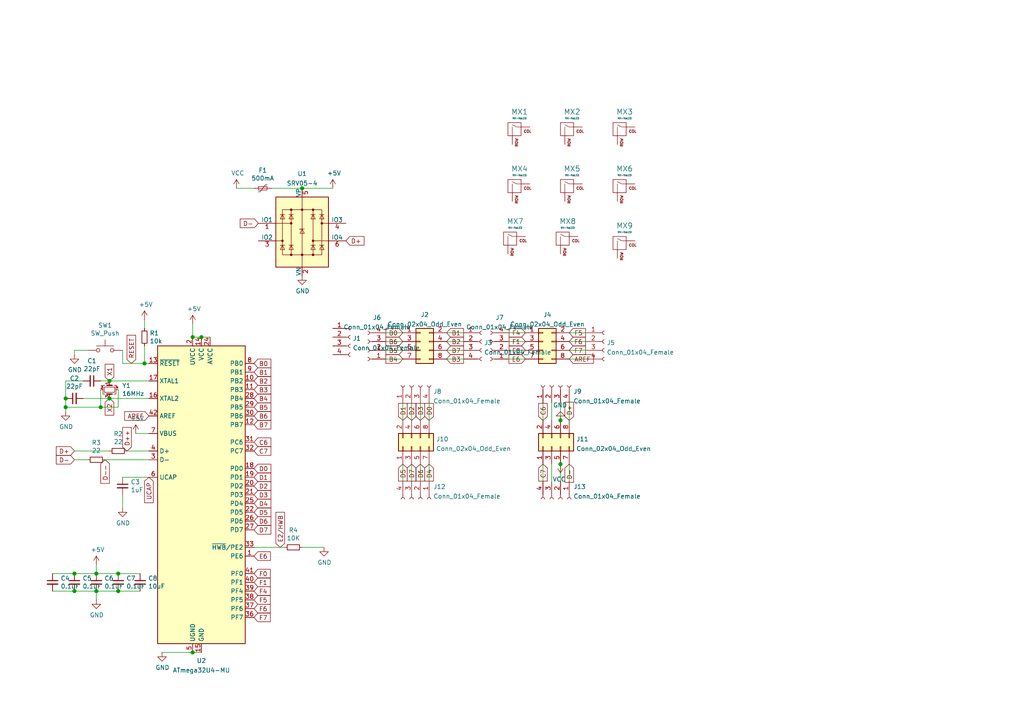
<source format=kicad_sch>
(kicad_sch (version 20210621) (generator eeschema)
  (paper "A4")
  (lib_symbols
    (symbol "Connector:Conn_01x04_Female" (pin_names (offset 1.016) hide)
      (property "Reference" "J" (at 0 5.08 0))
      (property "Value" "Conn_01x04_Female" (at 0 -7.62 0))
      (symbol "Conn_01x04_Female_1_1"
        (arc (start 0 -4.572) (end 0 -5.588) (radius (at 0 -5.08) (length 0.508) (angles 90.1 -90.1)) (stroke (width 0.1524)))
        (arc (start 0 -2.032) (end 0 -3.048) (radius (at 0 -2.54) (length 0.508) (angles 90.1 -90.1)) (stroke (width 0.1524)))
        (arc (start 0 0.508) (end 0 -0.508) (radius (at 0 0) (length 0.508) (angles 90.1 -90.1)) (stroke (width 0.1524)))
        (arc (start 0 3.048) (end 0 2.032) (radius (at 0 2.54) (length 0.508) (angles 90.1 -90.1)) (stroke (width 0.1524)))
        (polyline (pts (xy -1.27 -5.08) (xy -0.508 -5.08)) (stroke (width 0.1524)))
        (polyline (pts (xy -1.27 -2.54) (xy -0.508 -2.54)) (stroke (width 0.1524)))
        (polyline (pts (xy -1.27 0) (xy -0.508 0)) (stroke (width 0.1524)))
        (polyline (pts (xy -1.27 2.54) (xy -0.508 2.54)) (stroke (width 0.1524)))
        (pin passive line (at -5.08 2.54 0) (length 3.81) (name "Pin_1") (number "1"))
        (pin passive line (at -5.08 0 0) (length 3.81) (name "Pin_2") (number "2"))
        (pin passive line (at -5.08 -2.54 0) (length 3.81) (name "Pin_3") (number "3"))
        (pin passive line (at -5.08 -5.08 0) (length 3.81) (name "Pin_4") (number "4"))
      )
    )
    (symbol "Connector_Generic:Conn_02x04_Odd_Even" (pin_names (offset 1.016) hide)
      (property "Reference" "J" (at 1.27 5.08 0))
      (property "Value" "Conn_02x04_Odd_Even" (at 1.27 -7.62 0))
      (symbol "Conn_02x04_Odd_Even_1_1"
        (rectangle (start -1.27 -4.953) (end 0 -5.207) (stroke (width 0.1524)))
        (rectangle (start -1.27 -2.413) (end 0 -2.667) (stroke (width 0.1524)))
        (rectangle (start -1.27 0.127) (end 0 -0.127) (stroke (width 0.1524)))
        (rectangle (start -1.27 2.667) (end 0 2.413) (stroke (width 0.1524)))
        (rectangle (start 3.81 -4.953) (end 2.54 -5.207) (stroke (width 0.1524)))
        (rectangle (start 3.81 -2.413) (end 2.54 -2.667) (stroke (width 0.1524)))
        (rectangle (start 3.81 0.127) (end 2.54 -0.127) (stroke (width 0.1524)))
        (rectangle (start 3.81 2.667) (end 2.54 2.413) (stroke (width 0.1524)))
        (rectangle (start -1.27 3.81) (end 3.81 -6.35) (stroke (width 0.254)) (fill (type background)))
        (pin passive line (at -5.08 2.54 0) (length 3.81) (name "Pin_1") (number "1"))
        (pin passive line (at 7.62 2.54 180) (length 3.81) (name "Pin_2") (number "2"))
        (pin passive line (at -5.08 0 0) (length 3.81) (name "Pin_3") (number "3"))
        (pin passive line (at 7.62 0 180) (length 3.81) (name "Pin_4") (number "4"))
        (pin passive line (at -5.08 -2.54 0) (length 3.81) (name "Pin_5") (number "5"))
        (pin passive line (at 7.62 -2.54 180) (length 3.81) (name "Pin_6") (number "6"))
        (pin passive line (at -5.08 -5.08 0) (length 3.81) (name "Pin_7") (number "7"))
        (pin passive line (at 7.62 -5.08 180) (length 3.81) (name "Pin_8") (number "8"))
      )
    )
    (symbol "Device:C_Small" (pin_numbers hide) (pin_names (offset 0.254) hide)
      (property "Reference" "C" (at 0.254 1.778 0))
      (property "Value" "C_Small" (at 0.254 -2.032 0))
      (symbol "C_Small_0_1"
        (polyline (pts (xy -1.524 -0.508) (xy 1.524 -0.508)) (stroke (width 0.3302)))
        (polyline (pts (xy -1.524 0.508) (xy 1.524 0.508)) (stroke (width 0.3048)))
      )
      (symbol "C_Small_1_1"
        (pin passive line (at 0 2.54 270) (length 2.032) (name "~") (number "1"))
        (pin passive line (at 0 -2.54 90) (length 2.032) (name "~") (number "2"))
      )
    )
    (symbol "Device:Crystal_GND24_Small" (pin_names (offset 1.016) hide)
      (property "Reference" "Y" (at 1.27 4.445 0))
      (property "Value" "Crystal_GND24_Small" (at 1.27 2.54 0))
      (symbol "Crystal_GND24_Small_0_1"
        (rectangle (start -0.762 -1.524) (end 0.762 1.524))
        (polyline (pts (xy -1.27 -0.762) (xy -1.27 0.762)) (stroke (width 0.381)))
        (polyline (pts (xy 1.27 -0.762) (xy 1.27 0.762)) (stroke (width 0.381)))
        (polyline (pts (xy -1.27 -1.27) (xy -1.27 -1.905) (xy 1.27 -1.905) (xy 1.27 -1.27)))
        (polyline (pts (xy -1.27 1.27) (xy -1.27 1.905) (xy 1.27 1.905) (xy 1.27 1.27)))
      )
      (symbol "Crystal_GND24_Small_1_1"
        (pin passive line (at -2.54 0 0) (length 1.27) (name "1") (number "1"))
        (pin passive line (at 0 -2.54 90) (length 0.635) (name "2") (number "2"))
        (pin passive line (at 2.54 0 180) (length 1.27) (name "3") (number "3"))
        (pin passive line (at 0 2.54 270) (length 0.635) (name "4") (number "4"))
      )
    )
    (symbol "Device:Polyfuse_Small" (pin_numbers hide) (pin_names (offset 0))
      (property "Reference" "F" (at -1.905 0 90))
      (property "Value" "Polyfuse_Small" (at 1.905 0 90))
      (symbol "Polyfuse_Small_0_1"
        (rectangle (start -0.508 1.27) (end 0.508 -1.27))
        (polyline (pts (xy 0 2.54) (xy 0 -2.54)))
        (polyline (pts (xy -1.016 1.27) (xy -1.016 0.762) (xy 1.016 -0.762) (xy 1.016 -1.27)))
      )
      (symbol "Polyfuse_Small_1_1"
        (pin passive line (at 0 2.54 270) (length 0.635) (name "~") (number "1"))
        (pin passive line (at 0 -2.54 90) (length 0.635) (name "~") (number "2"))
      )
    )
    (symbol "Device:R_Small" (pin_numbers hide) (pin_names (offset 0.254) hide)
      (property "Reference" "R" (at 0.762 0.508 0))
      (property "Value" "R_Small" (at 0.762 -1.016 0))
      (symbol "R_Small_0_1"
        (rectangle (start -0.762 1.778) (end 0.762 -1.778) (stroke (width 0.2032)))
      )
      (symbol "R_Small_1_1"
        (pin passive line (at 0 2.54 270) (length 0.762) (name "~") (number "1"))
        (pin passive line (at 0 -2.54 90) (length 0.762) (name "~") (number "2"))
      )
    )
    (symbol "MCU_Microchip_ATmega:ATmega32U4-MU"
      (property "Reference" "U" (at -12.7 44.45 0))
      (property "Value" "ATmega32U4-MU" (at 2.54 -44.45 0))
      (symbol "ATmega32U4-MU_0_1"
        (rectangle (start -12.7 -43.18) (end 12.7 43.18) (stroke (width 0.254)) (fill (type background)))
      )
      (symbol "ATmega32U4-MU_1_1"
        (pin bidirectional line (at 15.24 -17.78 180) (length 2.54) (name "PE6") (number "1"))
        (pin bidirectional line (at 15.24 33.02 180) (length 2.54) (name "PB2") (number "10"))
        (pin bidirectional line (at 15.24 30.48 180) (length 2.54) (name "PB3") (number "11"))
        (pin bidirectional line (at 15.24 20.32 180) (length 2.54) (name "PB7") (number "12"))
        (pin input line (at -15.24 38.1 0) (length 2.54) (name "~{RESET}") (number "13"))
        (pin power_in line (at 0 45.72 270) (length 2.54) (name "VCC") (number "14"))
        (pin power_in line (at 0 -45.72 90) (length 2.54) (name "GND") (number "15"))
        (pin output line (at -15.24 27.94 0) (length 2.54) (name "XTAL2") (number "16"))
        (pin input line (at -15.24 33.02 0) (length 2.54) (name "XTAL1") (number "17"))
        (pin bidirectional line (at 15.24 7.62 180) (length 2.54) (name "PD0") (number "18"))
        (pin bidirectional line (at 15.24 5.08 180) (length 2.54) (name "PD1") (number "19"))
        (pin power_in line (at -2.54 45.72 270) (length 2.54) (name "UVCC") (number "2"))
        (pin bidirectional line (at 15.24 2.54 180) (length 2.54) (name "PD2") (number "20"))
        (pin bidirectional line (at 15.24 0 180) (length 2.54) (name "PD3") (number "21"))
        (pin bidirectional line (at 15.24 -5.08 180) (length 2.54) (name "PD5") (number "22"))
        (pin passive line (at 0 -45.72 90) (length 2.54) hide (name "GND") (number "23"))
        (pin power_in line (at 2.54 45.72 270) (length 2.54) (name "AVCC") (number "24"))
        (pin bidirectional line (at 15.24 -2.54 180) (length 2.54) (name "PD4") (number "25"))
        (pin bidirectional line (at 15.24 -7.62 180) (length 2.54) (name "PD6") (number "26"))
        (pin bidirectional line (at 15.24 -10.16 180) (length 2.54) (name "PD7") (number "27"))
        (pin bidirectional line (at 15.24 27.94 180) (length 2.54) (name "PB4") (number "28"))
        (pin bidirectional line (at 15.24 25.4 180) (length 2.54) (name "PB5") (number "29"))
        (pin bidirectional line (at -15.24 10.16 0) (length 2.54) (name "D-") (number "3"))
        (pin bidirectional line (at 15.24 22.86 180) (length 2.54) (name "PB6") (number "30"))
        (pin bidirectional line (at 15.24 15.24 180) (length 2.54) (name "PC6") (number "31"))
        (pin bidirectional line (at 15.24 12.7 180) (length 2.54) (name "PC7") (number "32"))
        (pin bidirectional line (at 15.24 -15.24 180) (length 2.54) (name "~{HWB}/PE2") (number "33"))
        (pin passive line (at 0 45.72 270) (length 2.54) hide (name "VCC") (number "34"))
        (pin passive line (at 0 -45.72 90) (length 2.54) hide (name "GND") (number "35"))
        (pin bidirectional line (at 15.24 -35.56 180) (length 2.54) (name "PF7") (number "36"))
        (pin bidirectional line (at 15.24 -33.02 180) (length 2.54) (name "PF6") (number "37"))
        (pin bidirectional line (at 15.24 -30.48 180) (length 2.54) (name "PF5") (number "38"))
        (pin bidirectional line (at 15.24 -27.94 180) (length 2.54) (name "PF4") (number "39"))
        (pin bidirectional line (at -15.24 12.7 0) (length 2.54) (name "D+") (number "4"))
        (pin bidirectional line (at 15.24 -25.4 180) (length 2.54) (name "PF1") (number "40"))
        (pin bidirectional line (at 15.24 -22.86 180) (length 2.54) (name "PF0") (number "41"))
        (pin passive line (at -15.24 22.86 0) (length 2.54) (name "AREF") (number "42"))
        (pin passive line (at 0 -45.72 90) (length 2.54) hide (name "GND") (number "43"))
        (pin passive line (at 2.54 45.72 270) (length 2.54) hide (name "AVCC") (number "44"))
        (pin passive line (at 0 -45.72 90) (length 2.54) hide (name "GND") (number "45"))
        (pin passive line (at -2.54 -45.72 90) (length 2.54) (name "UGND") (number "5"))
        (pin passive line (at -15.24 5.08 0) (length 2.54) (name "UCAP") (number "6"))
        (pin input line (at -15.24 17.78 0) (length 2.54) (name "VBUS") (number "7"))
        (pin bidirectional line (at 15.24 38.1 180) (length 2.54) (name "PB0") (number "8"))
        (pin bidirectional line (at 15.24 35.56 180) (length 2.54) (name "PB1") (number "9"))
      )
    )
    (symbol "MX_Alps_Hybrid:MX-NoLED" (pin_names (offset 1.016))
      (property "Reference" "MX" (at -0.635 3.81 0))
      (property "Value" "MX-NoLED" (at -0.635 1.27 0))
      (symbol "MX-NoLED_0_0"
        (text "COL" (at 3.175 0 0) (effects (font (size 0.762 0.762))))
        (text "ROW" (at 0 -1.905 900) (effects (font (size 0.762 0.762)) (justify right)))
        (rectangle (start -2.54 2.54) (end 1.27 -1.27))
        (polyline (pts (xy -1.27 -1.27) (xy -1.27 1.27)) (stroke (width 0.127)))
        (polyline (pts (xy 1.27 1.27) (xy 0 1.27) (xy -1.27 1.905)) (stroke (width 0.127)))
      )
      (symbol "MX-NoLED_1_1"
        (pin passive line (at 3.81 1.27 180) (length 2.54) (name "COL") (number "1"))
        (pin passive line (at -1.27 -3.81 90) (length 2.54) (name "ROW") (number "2"))
      )
    )
    (symbol "Power_Protection:SRV05-4" (pin_names (offset 0))
      (property "Reference" "U" (at -5.08 11.43 0))
      (property "Value" "SRV05-4" (at 2.54 11.43 0))
      (symbol "SRV05-4_0_0"
        (rectangle (start -5.715 6.477) (end 5.715 -6.604))
        (polyline (pts (xy -3.175 -6.604) (xy -3.175 6.477)))
        (polyline (pts (xy 3.175 6.477) (xy 3.175 -6.604)))
      )
      (symbol "SRV05-4_0_1"
        (circle (center -5.715 -2.54) (radius 0.2794) (fill (type outline)))
        (circle (center -3.175 -6.604) (radius 0.2794) (fill (type outline)))
        (circle (center -3.175 2.54) (radius 0.2794) (fill (type outline)))
        (circle (center -3.175 6.477) (radius 0.2794) (fill (type outline)))
        (circle (center 0 -6.604) (radius 0.2794) (fill (type outline)))
        (circle (center 0 6.477) (radius 0.2794) (fill (type outline)))
        (circle (center 3.175 -6.604) (radius 0.2794) (fill (type outline)))
        (circle (center 3.175 -2.54) (radius 0.2794) (fill (type outline)))
        (circle (center 3.175 6.477) (radius 0.2794) (fill (type outline)))
        (circle (center 5.715 2.54) (radius 0.2794) (fill (type outline)))
        (rectangle (start -7.62 10.16) (end 7.62 -10.16) (stroke (width 0.254)) (fill (type background)))
        (polyline (pts (xy -7.747 2.54) (xy -3.175 2.54)))
        (polyline (pts (xy -7.62 -2.54) (xy -5.715 -2.54)))
        (polyline (pts (xy -5.08 -3.81) (xy -6.35 -3.81)))
        (polyline (pts (xy -5.08 5.08) (xy -6.35 5.08)))
        (polyline (pts (xy -2.54 -3.81) (xy -3.81 -3.81)))
        (polyline (pts (xy -2.54 5.08) (xy -3.81 5.08)))
        (polyline (pts (xy 0 10.16) (xy 0 -10.16)))
        (polyline (pts (xy 3.81 -3.81) (xy 2.54 -3.81)))
        (polyline (pts (xy 3.81 5.08) (xy 2.54 5.08)))
        (polyline (pts (xy 6.35 -3.81) (xy 5.08 -3.81)))
        (polyline (pts (xy 6.35 5.08) (xy 5.08 5.08)))
        (polyline (pts (xy 7.62 -2.54) (xy 3.175 -2.54)))
        (polyline (pts (xy 7.62 2.54) (xy 5.715 2.54)))
        (polyline (pts (xy 0.635 0.889) (xy -0.635 0.889) (xy -0.635 0.635)))
        (polyline (pts (xy -5.08 -5.08) (xy -6.35 -5.08) (xy -5.715 -3.81) (xy -5.08 -5.08)))
        (polyline (pts (xy -5.08 3.81) (xy -6.35 3.81) (xy -5.715 5.08) (xy -5.08 3.81)))
        (polyline (pts (xy -2.54 -5.08) (xy -3.81 -5.08) (xy -3.175 -3.81) (xy -2.54 -5.08)))
        (polyline (pts (xy -2.54 3.81) (xy -3.81 3.81) (xy -3.175 5.08) (xy -2.54 3.81)))
        (polyline (pts (xy 0.635 -0.381) (xy -0.635 -0.381) (xy 0 0.889) (xy 0.635 -0.381)))
        (polyline (pts (xy 3.81 -5.08) (xy 2.54 -5.08) (xy 3.175 -3.81) (xy 3.81 -5.08)))
        (polyline (pts (xy 3.81 3.81) (xy 2.54 3.81) (xy 3.175 5.08) (xy 3.81 3.81)))
        (polyline (pts (xy 6.35 -5.08) (xy 5.08 -5.08) (xy 5.715 -3.81) (xy 6.35 -5.08)))
        (polyline (pts (xy 6.35 3.81) (xy 5.08 3.81) (xy 5.715 5.08) (xy 6.35 3.81)))
      )
      (symbol "SRV05-4_1_1"
        (pin passive line (at -12.7 2.54 0) (length 5.08) (name "IO1") (number "1"))
        (pin passive line (at 0 -12.7 90) (length 2.54) (name "VN") (number "2"))
        (pin passive line (at -12.7 -2.54 0) (length 5.08) (name "IO2") (number "3"))
        (pin passive line (at 12.7 2.54 180) (length 5.08) (name "IO3") (number "4"))
        (pin passive line (at 0 12.7 270) (length 2.54) (name "VP") (number "5"))
        (pin passive line (at 12.7 -2.54 180) (length 5.08) (name "IO4") (number "6"))
      )
    )
    (symbol "Switch:SW_Push" (pin_numbers hide) (pin_names (offset 1.016) hide)
      (property "Reference" "SW" (at 1.27 2.54 0))
      (property "Value" "SW_Push" (at 0 -1.524 0))
      (symbol "SW_Push_0_1"
        (circle (center -2.032 0) (radius 0.508))
        (circle (center 2.032 0) (radius 0.508))
        (polyline (pts (xy 0 1.27) (xy 0 3.048)))
        (polyline (pts (xy 2.54 1.27) (xy -2.54 1.27)))
        (pin passive line (at -5.08 0 0) (length 2.54) (name "1") (number "1"))
        (pin passive line (at 5.08 0 180) (length 2.54) (name "2") (number "2"))
      )
    )
    (symbol "power:+5V" (power) (pin_names (offset 0))
      (property "Value" "+5V" (at 0 3.556 0))
      (symbol "+5V_0_1"
        (polyline (pts (xy -0.762 1.27) (xy 0 2.54)))
        (polyline (pts (xy 0 0) (xy 0 2.54)))
        (polyline (pts (xy 0 2.54) (xy 0.762 1.27)))
      )
      (symbol "+5V_1_1"
        (pin power_in line (at 0 0 90) (length 0) hide (name "+5V") (number "1"))
      )
    )
    (symbol "power:GND" (power) (pin_names (offset 0))
      (property "Value" "GND" (at 0 -3.81 0))
      (symbol "GND_0_1"
        (polyline (pts (xy 0 0) (xy 0 -1.27) (xy 1.27 -1.27) (xy 0 -2.54) (xy -1.27 -1.27) (xy 0 -1.27)))
      )
      (symbol "GND_1_1"
        (pin power_in line (at 0 0 270) (length 0) hide (name "GND") (number "1"))
      )
    )
    (symbol "power:VCC" (power) (pin_names (offset 0))
      (property "Value" "VCC" (at 0 3.81 0))
      (symbol "VCC_0_1"
        (polyline (pts (xy -0.762 1.27) (xy 0 2.54)))
        (polyline (pts (xy 0 0) (xy 0 2.54)))
        (polyline (pts (xy 0 2.54) (xy 0.762 1.27)))
      )
      (symbol "VCC_1_1"
        (pin power_in line (at 0 0 90) (length 0) hide (name "VCC") (number "1"))
      )
    )
  )
  (junction (at 19.05 115.57) (diameter 1.016))
  (junction (at 19.05 118.11) (diameter 1.016))
  (junction (at 21.59 166.37) (diameter 1.016))
  (junction (at 21.59 171.45) (diameter 1.016))
  (junction (at 27.94 166.37) (diameter 1.016))
  (junction (at 27.94 171.45) (diameter 1.016))
  (junction (at 29.21 118.11) (diameter 1.016))
  (junction (at 31.75 110.49) (diameter 1.016))
  (junction (at 31.75 115.57) (diameter 1.016))
  (junction (at 34.29 166.37) (diameter 1.016))
  (junction (at 34.29 171.45) (diameter 1.016))
  (junction (at 41.91 105.41) (diameter 1.016))
  (junction (at 55.88 97.79) (diameter 1.016))
  (junction (at 55.88 189.23) (diameter 1.016))
  (junction (at 58.42 97.79) (diameter 1.016))
  (junction (at 87.63 54.61) (diameter 1.016))
  (junction (at 162.56 121.92) (diameter 1.016))
  (junction (at 162.56 134.62) (diameter 1.016))
  (wire (pts (xy 15.24 166.37) (xy 21.59 166.37)))
  (wire (pts (xy 15.24 171.45) (xy 21.59 171.45)))
  (wire (pts (xy 19.05 110.49) (xy 19.05 115.57)))
  (wire (pts (xy 19.05 115.57) (xy 19.05 118.11)))
  (wire (pts (xy 19.05 118.11) (xy 19.05 119.38)))
  (wire (pts (xy 19.05 118.11) (xy 29.21 118.11)))
  (wire (pts (xy 21.59 101.6) (xy 21.59 102.87)))
  (wire (pts (xy 21.59 166.37) (xy 27.94 166.37)))
  (wire (pts (xy 21.59 171.45) (xy 27.94 171.45)))
  (wire (pts (xy 24.13 110.49) (xy 19.05 110.49)))
  (wire (pts (xy 25.4 101.6) (xy 21.59 101.6)))
  (wire (pts (xy 25.4 133.35) (xy 21.59 133.35)))
  (wire (pts (xy 27.94 163.83) (xy 27.94 166.37)))
  (wire (pts (xy 27.94 166.37) (xy 34.29 166.37)))
  (wire (pts (xy 27.94 171.45) (xy 34.29 171.45)))
  (wire (pts (xy 27.94 173.99) (xy 27.94 171.45)))
  (wire (pts (xy 29.21 113.03) (xy 29.21 118.11)))
  (wire (pts (xy 29.21 118.11) (xy 34.29 118.11)))
  (wire (pts (xy 31.75 110.49) (xy 29.21 110.49)))
  (wire (pts (xy 31.75 110.49) (xy 43.18 110.49)))
  (wire (pts (xy 31.75 115.57) (xy 24.13 115.57)))
  (wire (pts (xy 31.75 130.81) (xy 21.59 130.81)))
  (wire (pts (xy 34.29 118.11) (xy 34.29 113.03)))
  (wire (pts (xy 34.29 166.37) (xy 40.64 166.37)))
  (wire (pts (xy 34.29 171.45) (xy 40.64 171.45)))
  (wire (pts (xy 35.56 105.41) (xy 35.56 101.6)))
  (wire (pts (xy 35.56 138.43) (xy 43.18 138.43)))
  (wire (pts (xy 35.56 143.51) (xy 35.56 147.32)))
  (wire (pts (xy 36.83 130.81) (xy 43.18 130.81)))
  (wire (pts (xy 39.37 125.73) (xy 43.18 125.73)))
  (wire (pts (xy 41.91 95.25) (xy 41.91 92.71)))
  (wire (pts (xy 41.91 100.33) (xy 41.91 105.41)))
  (wire (pts (xy 41.91 105.41) (xy 35.56 105.41)))
  (wire (pts (xy 43.18 105.41) (xy 41.91 105.41)))
  (wire (pts (xy 43.18 115.57) (xy 31.75 115.57)))
  (wire (pts (xy 43.18 133.35) (xy 30.48 133.35)))
  (wire (pts (xy 46.99 189.23) (xy 55.88 189.23)))
  (wire (pts (xy 55.88 93.98) (xy 55.88 97.79)))
  (wire (pts (xy 55.88 97.79) (xy 58.42 97.79)))
  (wire (pts (xy 55.88 189.23) (xy 58.42 189.23)))
  (wire (pts (xy 58.42 97.79) (xy 60.96 97.79)))
  (wire (pts (xy 68.58 54.61) (xy 73.66 54.61)))
  (wire (pts (xy 73.66 158.75) (xy 82.55 158.75)))
  (wire (pts (xy 78.74 54.61) (xy 87.63 54.61)))
  (wire (pts (xy 87.63 54.61) (xy 96.52 54.61)))
  (wire (pts (xy 87.63 158.75) (xy 93.98 158.75)))
  (wire (pts (xy 111.76 96.52) (xy 116.84 96.52)))
  (wire (pts (xy 111.76 99.06) (xy 116.84 99.06)))
  (wire (pts (xy 111.76 101.6) (xy 116.84 101.6)))
  (wire (pts (xy 111.76 104.14) (xy 116.84 104.14)))
  (wire (pts (xy 116.84 116.84) (xy 116.84 121.92)))
  (wire (pts (xy 116.84 139.7) (xy 116.84 134.62)))
  (wire (pts (xy 119.38 116.84) (xy 119.38 121.92)))
  (wire (pts (xy 119.38 139.7) (xy 119.38 134.62)))
  (wire (pts (xy 121.92 116.84) (xy 121.92 121.92)))
  (wire (pts (xy 121.92 139.7) (xy 121.92 134.62)))
  (wire (pts (xy 124.46 116.84) (xy 124.46 121.92)))
  (wire (pts (xy 124.46 139.7) (xy 124.46 134.62)))
  (wire (pts (xy 134.62 96.52) (xy 129.54 96.52)))
  (wire (pts (xy 134.62 99.06) (xy 129.54 99.06)))
  (wire (pts (xy 134.62 101.6) (xy 129.54 101.6)))
  (wire (pts (xy 134.62 104.14) (xy 129.54 104.14)))
  (wire (pts (xy 147.32 96.52) (xy 152.4 96.52)))
  (wire (pts (xy 147.32 99.06) (xy 152.4 99.06)))
  (wire (pts (xy 147.32 101.6) (xy 152.4 101.6)))
  (wire (pts (xy 147.32 104.14) (xy 152.4 104.14)))
  (wire (pts (xy 157.48 116.84) (xy 157.48 121.92)))
  (wire (pts (xy 157.48 139.7) (xy 157.48 134.62)))
  (wire (pts (xy 160.02 116.84) (xy 160.02 121.92)))
  (wire (pts (xy 160.02 139.7) (xy 160.02 134.62)))
  (wire (pts (xy 162.56 116.84) (xy 162.56 121.92)))
  (wire (pts (xy 162.56 139.7) (xy 162.56 134.62)))
  (wire (pts (xy 165.1 116.84) (xy 165.1 121.92)))
  (wire (pts (xy 165.1 139.7) (xy 165.1 134.62)))
  (wire (pts (xy 170.18 96.52) (xy 165.1 96.52)))
  (wire (pts (xy 170.18 99.06) (xy 165.1 99.06)))
  (wire (pts (xy 170.18 101.6) (xy 165.1 101.6)))
  (wire (pts (xy 170.18 104.14) (xy 165.1 104.14)))
  (global_label "D+" (shape input) (at 21.59 130.81 180) (property "Intersheet References" "${INTERSHEET_REFS}" (effects hide)))
  (global_label "D-" (shape input) (at 21.59 133.35 180) (property "Intersheet References" "${INTERSHEET_REFS}" (effects hide)))
  (global_label "D--" (shape input) (at 30.48 133.35 270) (property "Intersheet References" "${INTERSHEET_REFS}" (effects hide)))
  (global_label "X1" (shape input) (at 31.75 110.49 90) (property "Intersheet References" "${INTERSHEET_REFS}" (effects hide)))
  (global_label "X2" (shape input) (at 31.75 115.57 270) (property "Intersheet References" "${INTERSHEET_REFS}" (effects hide)))
  (global_label "D++" (shape input) (at 36.83 130.81 90) (property "Intersheet References" "${INTERSHEET_REFS}" (effects hide)))
  (global_label "RESET" (shape input) (at 38.1 105.41 90) (property "Intersheet References" "${INTERSHEET_REFS}" (effects hide)))
  (global_label "AREF" (shape input) (at 43.18 120.65 180) (property "Intersheet References" "${INTERSHEET_REFS}" (effects hide)))
  (global_label "UCAP" (shape input) (at 43.18 138.43 270) (property "Intersheet References" "${INTERSHEET_REFS}" (effects hide)))
  (global_label "B0" (shape input) (at 73.66 105.41 0) (property "Intersheet References" "${INTERSHEET_REFS}" (effects hide)))
  (global_label "B1" (shape input) (at 73.66 107.95 0) (property "Intersheet References" "${INTERSHEET_REFS}" (effects hide)))
  (global_label "B2" (shape input) (at 73.66 110.49 0) (property "Intersheet References" "${INTERSHEET_REFS}" (effects hide)))
  (global_label "B3" (shape input) (at 73.66 113.03 0) (property "Intersheet References" "${INTERSHEET_REFS}" (effects hide)))
  (global_label "B4" (shape input) (at 73.66 115.57 0) (property "Intersheet References" "${INTERSHEET_REFS}" (effects hide)))
  (global_label "B5" (shape input) (at 73.66 118.11 0) (property "Intersheet References" "${INTERSHEET_REFS}" (effects hide)))
  (global_label "B6" (shape input) (at 73.66 120.65 0) (property "Intersheet References" "${INTERSHEET_REFS}" (effects hide)))
  (global_label "B7" (shape input) (at 73.66 123.19 0) (property "Intersheet References" "${INTERSHEET_REFS}" (effects hide)))
  (global_label "C6" (shape input) (at 73.66 128.27 0) (property "Intersheet References" "${INTERSHEET_REFS}" (effects hide)))
  (global_label "C7" (shape input) (at 73.66 130.81 0) (property "Intersheet References" "${INTERSHEET_REFS}" (effects hide)))
  (global_label "D0" (shape input) (at 73.66 135.89 0) (property "Intersheet References" "${INTERSHEET_REFS}" (effects hide)))
  (global_label "D1" (shape input) (at 73.66 138.43 0) (property "Intersheet References" "${INTERSHEET_REFS}" (effects hide)))
  (global_label "D2" (shape input) (at 73.66 140.97 0) (property "Intersheet References" "${INTERSHEET_REFS}" (effects hide)))
  (global_label "D3" (shape input) (at 73.66 143.51 0) (property "Intersheet References" "${INTERSHEET_REFS}" (effects hide)))
  (global_label "D4" (shape input) (at 73.66 146.05 0) (property "Intersheet References" "${INTERSHEET_REFS}" (effects hide)))
  (global_label "D5" (shape input) (at 73.66 148.59 0) (property "Intersheet References" "${INTERSHEET_REFS}" (effects hide)))
  (global_label "D6" (shape input) (at 73.66 151.13 0) (property "Intersheet References" "${INTERSHEET_REFS}" (effects hide)))
  (global_label "D7" (shape input) (at 73.66 153.67 0) (property "Intersheet References" "${INTERSHEET_REFS}" (effects hide)))
  (global_label "E6" (shape input) (at 73.66 161.29 0) (property "Intersheet References" "${INTERSHEET_REFS}" (effects hide)))
  (global_label "F0" (shape input) (at 73.66 166.37 0) (property "Intersheet References" "${INTERSHEET_REFS}" (effects hide)))
  (global_label "F1" (shape input) (at 73.66 168.91 0) (property "Intersheet References" "${INTERSHEET_REFS}" (effects hide)))
  (global_label "F4" (shape input) (at 73.66 171.45 0) (property "Intersheet References" "${INTERSHEET_REFS}" (effects hide)))
  (global_label "F5" (shape input) (at 73.66 173.99 0) (property "Intersheet References" "${INTERSHEET_REFS}" (effects hide)))
  (global_label "F6" (shape input) (at 73.66 176.53 0) (property "Intersheet References" "${INTERSHEET_REFS}" (effects hide)))
  (global_label "F7" (shape input) (at 73.66 179.07 0) (property "Intersheet References" "${INTERSHEET_REFS}" (effects hide)))
  (global_label "D-" (shape input) (at 74.93 64.77 180) (property "Intersheet References" "${INTERSHEET_REFS}" (effects hide)))
  (global_label "E2{slash}HWB" (shape input) (at 81.28 158.75 90) (property "Intersheet References" "${INTERSHEET_REFS}" (effects hide)))
  (global_label "D+" (shape input) (at 100.33 69.85 0) (property "Intersheet References" "${INTERSHEET_REFS}" (effects hide)))
  (global_label "B0" (shape input) (at 116.84 96.52 180) (property "Intersheet References" "${INTERSHEET_REFS}" (effects hide)))
  (global_label "B6" (shape input) (at 116.84 99.06 180) (property "Intersheet References" "${INTERSHEET_REFS}" (effects hide)))
  (global_label "B5" (shape input) (at 116.84 101.6 180) (property "Intersheet References" "${INTERSHEET_REFS}" (effects hide)))
  (global_label "B4" (shape input) (at 116.84 104.14 180) (property "Intersheet References" "${INTERSHEET_REFS}" (effects hide)))
  (global_label "D1" (shape input) (at 116.84 121.92 90) (property "Intersheet References" "${INTERSHEET_REFS}" (effects hide)))
  (global_label "D5" (shape input) (at 116.84 134.62 270) (property "Intersheet References" "${INTERSHEET_REFS}" (effects hide)))
  (global_label "D2" (shape input) (at 119.38 121.92 90) (property "Intersheet References" "${INTERSHEET_REFS}" (effects hide)))
  (global_label "D7" (shape input) (at 119.38 134.62 270) (property "Intersheet References" "${INTERSHEET_REFS}" (effects hide)))
  (global_label "D3" (shape input) (at 121.92 121.92 90) (property "Intersheet References" "${INTERSHEET_REFS}" (effects hide)))
  (global_label "D6" (shape input) (at 121.92 134.62 270) (property "Intersheet References" "${INTERSHEET_REFS}" (effects hide)))
  (global_label "D0" (shape input) (at 124.46 121.92 90) (property "Intersheet References" "${INTERSHEET_REFS}" (effects hide)))
  (global_label "D4" (shape input) (at 124.46 134.62 270) (property "Intersheet References" "${INTERSHEET_REFS}" (effects hide)))
  (global_label "B1" (shape input) (at 129.54 96.52 0) (property "Intersheet References" "${INTERSHEET_REFS}" (effects hide)))
  (global_label "B2" (shape input) (at 129.54 99.06 0) (property "Intersheet References" "${INTERSHEET_REFS}" (effects hide)))
  (global_label "B7" (shape input) (at 129.54 101.6 0) (property "Intersheet References" "${INTERSHEET_REFS}" (effects hide)))
  (global_label "B3" (shape input) (at 129.54 104.14 0) (property "Intersheet References" "${INTERSHEET_REFS}" (effects hide)))
  (global_label "F4" (shape input) (at 152.4 96.52 180) (property "Intersheet References" "${INTERSHEET_REFS}" (effects hide)))
  (global_label "F1" (shape input) (at 152.4 99.06 180) (property "Intersheet References" "${INTERSHEET_REFS}" (effects hide)))
  (global_label "F0" (shape input) (at 152.4 101.6 180) (property "Intersheet References" "${INTERSHEET_REFS}" (effects hide)))
  (global_label "E6" (shape input) (at 152.4 104.14 180) (property "Intersheet References" "${INTERSHEET_REFS}" (effects hide)))
  (global_label "C6" (shape input) (at 157.48 121.92 90) (property "Intersheet References" "${INTERSHEET_REFS}" (effects hide)))
  (global_label "C7" (shape input) (at 157.48 134.62 270) (property "Intersheet References" "${INTERSHEET_REFS}" (effects hide)))
  (global_label "F5" (shape input) (at 165.1 96.52 0) (property "Intersheet References" "${INTERSHEET_REFS}" (effects hide)))
  (global_label "F6" (shape input) (at 165.1 99.06 0) (property "Intersheet References" "${INTERSHEET_REFS}" (effects hide)))
  (global_label "F7" (shape input) (at 165.1 101.6 0) (property "Intersheet References" "${INTERSHEET_REFS}" (effects hide)))
  (global_label "AREF" (shape input) (at 165.1 104.14 0) (property "Intersheet References" "${INTERSHEET_REFS}" (effects hide)))
  (global_label "D+" (shape input) (at 165.1 121.92 90) (property "Intersheet References" "${INTERSHEET_REFS}" (effects hide)))
  (global_label "D-" (shape input) (at 165.1 134.62 270) (property "Intersheet References" "${INTERSHEET_REFS}" (effects hide)))
  (symbol (lib_id "power:+5V") (at 27.94 163.83 0) (unit 1)
    (property "Reference" "#PWR013" (effects hide))
    (property "Value" "+5V" (at 28.321 159.4358 0))
  )
  (symbol (lib_id "power:+5V") (at 39.37 125.73 0) (unit 1)
    (property "Reference" "#PWR08" (effects hide))
    (property "Value" "+5V" (at 39.751 121.3358 0))
  )
  (symbol (lib_id "power:+5V") (at 41.91 92.71 0) (unit 1)
    (property "Reference" "#PWR04" (effects hide))
    (property "Value" "+5V" (at 42.291 88.3158 0))
  )
  (symbol (lib_id "power:+5V") (at 55.88 93.98 0) (unit 1)
    (property "Reference" "#PWR05" (effects hide))
    (property "Value" "+5V" (at 56.261 89.5858 0))
  )
  (symbol (lib_id "power:VCC") (at 68.58 54.61 0) (unit 1)
    (property "Reference" "#PWR01" (effects hide))
    (property "Value" "VCC" (at 68.961 50.2158 0))
  )
  (symbol (lib_id "power:+5V") (at 96.52 54.61 0) (unit 1)
    (property "Reference" "#PWR02" (effects hide))
    (property "Value" "+5V" (at 96.901 50.2158 0))
  )
  (symbol (lib_id "power:VCC") (at 162.56 134.62 180) (unit 1)
    (property "Reference" "#PWR010" (effects hide))
    (property "Value" "VCC" (at 162.179 139.0142 0))
  )
  (symbol (lib_id "power:GND") (at 19.05 119.38 0) (unit 1)
    (property "Reference" "#PWR07" (effects hide))
    (property "Value" "GND" (at 19.177 123.7742 0))
  )
  (symbol (lib_id "power:GND") (at 21.59 102.87 0) (unit 1)
    (property "Reference" "#PWR06" (effects hide))
    (property "Value" "GND" (at 21.717 107.2642 0))
  )
  (symbol (lib_id "power:GND") (at 27.94 173.99 0) (unit 1)
    (property "Reference" "#PWR014" (effects hide))
    (property "Value" "GND" (at 28.067 178.3842 0))
  )
  (symbol (lib_id "power:GND") (at 35.56 147.32 0) (unit 1)
    (property "Reference" "#PWR011" (effects hide))
    (property "Value" "GND" (at 35.687 151.7142 0))
  )
  (symbol (lib_id "power:GND") (at 46.99 189.23 0) (unit 1)
    (property "Reference" "#PWR015" (effects hide))
    (property "Value" "GND" (at 47.117 193.6242 0))
  )
  (symbol (lib_id "power:GND") (at 87.63 80.01 0) (unit 1)
    (property "Reference" "#PWR03" (effects hide))
    (property "Value" "GND" (at 87.757 84.4042 0))
  )
  (symbol (lib_id "power:GND") (at 93.98 158.75 0) (unit 1)
    (property "Reference" "#PWR012" (effects hide))
    (property "Value" "GND" (at 94.107 163.1442 0))
  )
  (symbol (lib_id "power:GND") (at 162.56 121.92 180) (unit 1)
    (property "Reference" "#PWR09" (effects hide))
    (property "Value" "GND" (at 162.433 117.5258 0))
  )
  (symbol (lib_id "Device:R_Small") (at 27.94 133.35 270) (unit 1)
    (property "Reference" "R3" (at 27.94 128.3716 90))
    (property "Value" "22" (at 27.94 130.683 90))
    (property "Footprint" "Resistor_SMD:R_0402_1005Metric" (effects hide))
  )
  (symbol (lib_id "Device:R_Small") (at 34.29 130.81 270) (unit 1)
    (property "Reference" "R2" (at 34.29 125.8316 90))
    (property "Value" "22" (at 34.29 128.143 90))
    (property "Footprint" "Resistor_SMD:R_0402_1005Metric" (effects hide))
  )
  (symbol (lib_id "Device:R_Small") (at 41.91 97.79 0) (unit 1)
    (property "Reference" "R1" (at 43.4086 96.6216 0) (effects (justify left)))
    (property "Value" "10k" (at 43.4086 98.933 0) (effects (justify left)))
    (property "Footprint" "Resistor_SMD:R_0402_1005Metric" (effects hide))
  )
  (symbol (lib_id "Device:R_Small") (at 85.09 158.75 270) (unit 1)
    (property "Reference" "R4" (at 85.09 153.7716 90))
    (property "Value" "10K" (at 85.09 156.083 90))
    (property "Footprint" "Resistor_SMD:R_0402_1005Metric" (effects hide))
  )
  (symbol (lib_id "Device:Polyfuse_Small") (at 76.2 54.61 270) (unit 1)
    (property "Reference" "F1" (at 76.2 49.403 90))
    (property "Value" "500mA" (at 76.2 51.7144 90))
    (property "Footprint" "Fuse:Fuse_1206_3216Metric" (effects hide))
  )
  (symbol (lib_id "Device:C_Small") (at 15.24 168.91 0) (unit 1)
    (property "Reference" "C4" (at 17.5768 167.7416 0) (effects (justify left)))
    (property "Value" "0.1uF" (at 17.5768 170.053 0) (effects (justify left)))
    (property "Footprint" "Capacitor_SMD:C_0402_1005Metric" (effects hide))
  )
  (symbol (lib_id "Device:C_Small") (at 21.59 115.57 90) (unit 1)
    (property "Reference" "C2" (at 21.59 109.7534 90))
    (property "Value" "22pF" (at 21.59 112.0648 90))
    (property "Footprint" "Capacitor_SMD:C_0402_1005Metric" (effects hide))
  )
  (symbol (lib_id "Device:C_Small") (at 21.59 168.91 0) (unit 1)
    (property "Reference" "C5" (at 23.9268 167.7416 0) (effects (justify left)))
    (property "Value" "0.1uF" (at 23.9268 170.053 0) (effects (justify left)))
    (property "Footprint" "Capacitor_SMD:C_0402_1005Metric" (effects hide))
  )
  (symbol (lib_id "Device:C_Small") (at 26.67 110.49 270) (unit 1)
    (property "Reference" "C1" (at 26.67 104.6734 90))
    (property "Value" "22pF" (at 26.67 106.9848 90))
    (property "Footprint" "Capacitor_SMD:C_0402_1005Metric" (effects hide))
  )
  (symbol (lib_id "Device:C_Small") (at 27.94 168.91 0) (unit 1)
    (property "Reference" "C6" (at 30.2768 167.7416 0) (effects (justify left)))
    (property "Value" "0.1uF" (at 30.2768 170.053 0) (effects (justify left)))
    (property "Footprint" "Capacitor_SMD:C_0402_1005Metric" (effects hide))
  )
  (symbol (lib_id "Device:C_Small") (at 34.29 168.91 0) (unit 1)
    (property "Reference" "C7" (at 36.6268 167.7416 0) (effects (justify left)))
    (property "Value" "0.1uF" (at 36.6268 170.053 0) (effects (justify left)))
    (property "Footprint" "Capacitor_SMD:C_0402_1005Metric" (effects hide))
  )
  (symbol (lib_id "Device:C_Small") (at 35.56 140.97 0) (unit 1)
    (property "Reference" "C3" (at 37.8968 139.8016 0) (effects (justify left)))
    (property "Value" "1uF" (at 37.8968 142.113 0) (effects (justify left)))
    (property "Footprint" "Capacitor_SMD:C_0402_1005Metric" (effects hide))
  )
  (symbol (lib_id "Device:C_Small") (at 40.64 168.91 0) (unit 1)
    (property "Reference" "C8" (at 42.9768 167.7416 0) (effects (justify left)))
    (property "Value" "10uF" (at 42.9768 170.053 0) (effects (justify left)))
    (property "Footprint" "Capacitor_SMD:C_0402_1005Metric" (effects hide))
  )
  (symbol (lib_id "Device:Crystal_GND24_Small") (at 31.75 113.03 270) (unit 1)
    (property "Reference" "Y1" (at 35.4076 111.8616 90) (effects (justify left)))
    (property "Value" "16MHz" (at 35.4076 114.173 90) (effects (justify left)))
    (property "Footprint" "Crystal:Crystal_SMD_3225-4Pin_3.2x2.5mm" (effects hide))
  )
  (symbol (lib_id "Switch:SW_Push") (at 30.48 101.6 0) (unit 1)
    (property "Reference" "SW1" (at 30.48 94.361 0))
    (property "Value" "SW_Push" (at 30.48 96.6724 0))
    (property "Footprint" "Button_Switch_SMD:SW_SPST_PTS810" (effects hide))
  )
  (symbol (lib_id "MX_Alps_Hybrid:MX-NoLED") (at 148.59 69.85 0) (unit 1)
    (property "Reference" "MX7" (at 149.4282 64.1858 0) (effects (font (size 1.524 1.524))))
    (property "Value" "MX-NoLED" (at 149.4282 66.0654 0) (effects (font (size 0.508 0.508))))
    (property "Footprint" "MX_Only:MXOnly-1U-NoLED" (effects hide))
  )
  (symbol (lib_id "MX_Alps_Hybrid:MX-NoLED") (at 149.86 38.1 0) (unit 1)
    (property "Reference" "MX1" (at 150.6982 32.4358 0) (effects (font (size 1.524 1.524))))
    (property "Value" "MX-NoLED" (at 150.6982 34.3154 0) (effects (font (size 0.508 0.508))))
    (property "Footprint" "MX_Only:MXOnly-1U-NoLED" (effects hide))
  )
  (symbol (lib_id "MX_Alps_Hybrid:MX-NoLED") (at 149.86 54.61 0) (unit 1)
    (property "Reference" "MX4" (at 150.6982 48.9458 0) (effects (font (size 1.524 1.524))))
    (property "Value" "MX-NoLED" (at 150.6982 50.8254 0) (effects (font (size 0.508 0.508))))
    (property "Footprint" "MX_Only:MXOnly-1U-NoLED" (effects hide))
  )
  (symbol (lib_id "MX_Alps_Hybrid:MX-NoLED") (at 163.83 69.85 0) (unit 1)
    (property "Reference" "MX8" (at 164.6682 64.1858 0) (effects (font (size 1.524 1.524))))
    (property "Value" "MX-NoLED" (at 164.6682 66.0654 0) (effects (font (size 0.508 0.508))))
    (property "Footprint" "MX_Only:MXOnly-1U-NoLED" (effects hide))
  )
  (symbol (lib_id "MX_Alps_Hybrid:MX-NoLED") (at 165.1 38.1 0) (unit 1)
    (property "Reference" "MX2" (at 165.9382 32.4358 0) (effects (font (size 1.524 1.524))))
    (property "Value" "MX-NoLED" (at 165.9382 34.3154 0) (effects (font (size 0.508 0.508))))
    (property "Footprint" "MX_Only:MXOnly-1U-NoLED" (effects hide))
  )
  (symbol (lib_id "MX_Alps_Hybrid:MX-NoLED") (at 165.1 54.61 0) (unit 1)
    (property "Reference" "MX5" (at 165.9382 48.9458 0) (effects (font (size 1.524 1.524))))
    (property "Value" "MX-NoLED" (at 165.9382 50.8254 0) (effects (font (size 0.508 0.508))))
    (property "Footprint" "MX_Only:MXOnly-1U-NoLED" (effects hide))
  )
  (symbol (lib_id "MX_Alps_Hybrid:MX-NoLED") (at 180.34 38.1 0) (unit 1)
    (property "Reference" "MX3" (at 181.1782 32.4358 0) (effects (font (size 1.524 1.524))))
    (property "Value" "MX-NoLED" (at 181.1782 34.3154 0) (effects (font (size 0.508 0.508))))
    (property "Footprint" "MX_Only:MXOnly-1U-NoLED" (effects hide))
  )
  (symbol (lib_id "MX_Alps_Hybrid:MX-NoLED") (at 180.34 54.61 0) (unit 1)
    (property "Reference" "MX6" (at 181.1782 48.9458 0) (effects (font (size 1.524 1.524))))
    (property "Value" "MX-NoLED" (at 181.1782 50.8254 0) (effects (font (size 0.508 0.508))))
    (property "Footprint" "MX_Only:MXOnly-1U-NoLED" (effects hide))
  )
  (symbol (lib_id "MX_Alps_Hybrid:MX-NoLED") (at 180.34 71.12 0) (unit 1)
    (property "Reference" "MX9" (at 181.1782 65.4558 0) (effects (font (size 1.524 1.524))))
    (property "Value" "MX-NoLED" (at 181.1782 67.3354 0) (effects (font (size 0.508 0.508))))
    (property "Footprint" "MX_Only:MXOnly-1U-NoLED" (effects hide))
  )
  (symbol (lib_id "Connector:Conn_01x04_Female") (at 101.6 97.79 0) (unit 1)
    (property "Reference" "J1" (at 102.3113 98.1515 0) (effects (justify left)))
    (property "Value" "Conn_01x04_Female" (at 102.3113 100.9266 0) (effects (justify left)))
  )
  (symbol (lib_id "Connector:Conn_01x04_Female") (at 106.68 101.6 180) (unit 1)
    (property "Reference" "J6" (at 109.3724 92.0962 0))
    (property "Value" "Conn_01x04_Female" (at 109.3724 94.8713 0))
    (property "Footprint" "Connector_PinHeader_2.54mm:PinHeader_1x04_P2.54mm_Vertical" (effects hide))
  )
  (symbol (lib_id "Connector:Conn_01x04_Female") (at 119.38 111.76 90) (unit 1)
    (property "Reference" "J8" (at 125.6793 113.5439 90) (effects (justify right)))
    (property "Value" "Conn_01x04_Female" (at 125.6793 116.319 90) (effects (justify right)))
    (property "Footprint" "Connector_PinHeader_2.54mm:PinHeader_1x04_P2.54mm_Vertical" (effects hide))
  )
  (symbol (lib_id "Connector:Conn_01x04_Female") (at 121.92 144.78 270) (unit 1)
    (property "Reference" "J12" (at 125.6793 141.1791 90) (effects (justify left)))
    (property "Value" "Conn_01x04_Female" (at 125.6793 143.9542 90) (effects (justify left)))
    (property "Footprint" "Connector_PinHeader_2.54mm:PinHeader_1x04_P2.54mm_Vertical" (effects hide))
  )
  (symbol (lib_id "Connector:Conn_01x04_Female") (at 139.7 99.06 0) (unit 1)
    (property "Reference" "J3" (at 140.4113 99.4215 0) (effects (justify left)))
    (property "Value" "Conn_01x04_Female" (at 140.4113 102.1966 0) (effects (justify left)))
    (property "Footprint" "Connector_PinHeader_2.54mm:PinHeader_1x04_P2.54mm_Vertical" (effects hide))
  )
  (symbol (lib_id "Connector:Conn_01x04_Female") (at 142.24 101.6 180) (unit 1)
    (property "Reference" "J7" (at 144.9324 92.0962 0))
    (property "Value" "Conn_01x04_Female" (at 144.9324 94.8713 0))
    (property "Footprint" "Connector_PinHeader_2.54mm:PinHeader_1x04_P2.54mm_Vertical" (effects hide))
  )
  (symbol (lib_id "Connector:Conn_01x04_Female") (at 160.02 111.76 90) (unit 1)
    (property "Reference" "J9" (at 166.3193 113.5439 90) (effects (justify right)))
    (property "Value" "Conn_01x04_Female" (at 166.3193 116.319 90) (effects (justify right)))
    (property "Footprint" "Connector_PinHeader_2.54mm:PinHeader_1x04_P2.54mm_Vertical" (effects hide))
  )
  (symbol (lib_id "Connector:Conn_01x04_Female") (at 162.56 144.78 270) (unit 1)
    (property "Reference" "J13" (at 166.3193 141.1791 90) (effects (justify left)))
    (property "Value" "Conn_01x04_Female" (at 166.3193 143.9542 90) (effects (justify left)))
    (property "Footprint" "Connector_PinHeader_2.54mm:PinHeader_1x04_P2.54mm_Vertical" (effects hide))
  )
  (symbol (lib_id "Connector:Conn_01x04_Female") (at 175.26 99.06 0) (unit 1)
    (property "Reference" "J5" (at 175.9713 99.4215 0) (effects (justify left)))
    (property "Value" "Conn_01x04_Female" (at 175.9713 102.1966 0) (effects (justify left)))
    (property "Footprint" "Connector_PinHeader_2.54mm:PinHeader_1x04_P2.54mm_Vertical" (effects hide))
  )
  (symbol (lib_id "Connector_Generic:Conn_02x04_Odd_Even") (at 119.38 129.54 90) (unit 1)
    (property "Reference" "J10" (at 126.4921 127.3615 90) (effects (justify right)))
    (property "Value" "Conn_02x04_Odd_Even" (at 126.4921 130.1366 90) (effects (justify right)))
    (property "Footprint" "Connector_PinHeader_2.54mm:PinHeader_2x04_P2.54mm_Vertical" (effects hide))
  )
  (symbol (lib_id "Connector_Generic:Conn_02x04_Odd_Even") (at 121.92 99.06 0) (unit 1)
    (property "Reference" "J2" (at 123.19 91.2834 0))
    (property "Value" "Conn_02x04_Odd_Even" (at 123.19 94.0585 0))
    (property "Footprint" "Connector_PinHeader_2.54mm:PinHeader_2x04_P2.54mm_Vertical" (effects hide))
  )
  (symbol (lib_id "Connector_Generic:Conn_02x04_Odd_Even") (at 157.48 99.06 0) (unit 1)
    (property "Reference" "J4" (at 158.75 91.2834 0))
    (property "Value" "Conn_02x04_Odd_Even" (at 158.75 94.0585 0))
    (property "Footprint" "Connector_PinHeader_2.54mm:PinHeader_2x04_P2.54mm_Vertical" (effects hide))
  )
  (symbol (lib_id "Connector_Generic:Conn_02x04_Odd_Even") (at 160.02 129.54 90) (unit 1)
    (property "Reference" "J11" (at 167.1321 127.3615 90) (effects (justify right)))
    (property "Value" "Conn_02x04_Odd_Even" (at 167.1321 130.1366 90) (effects (justify right)))
    (property "Footprint" "Connector_PinHeader_2.54mm:PinHeader_2x04_P2.54mm_Vertical" (effects hide))
  )
  (symbol (lib_id "Power_Protection:SRV05-4") (at 87.63 67.31 0) (unit 1)
    (property "Reference" "U1" (at 87.63 50.3894 0))
    (property "Value" "SRV05-4" (at 87.63 53.1645 0))
    (property "Footprint" "Package_TO_SOT_SMD:SOT-23-6" (effects hide))
    (property "Datasheet" "http://www.onsemi.com/pub/Collateral/SRV05-4-D.PDF" (effects hide))
  )
  (symbol (lib_id "MCU_Microchip_ATmega:ATmega32U4-MU") (at 58.42 143.51 0) (unit 1)
    (property "Reference" "U2" (at 58.42 191.6336 0))
    (property "Value" "ATmega32U4-MU" (at 58.42 194.4087 0))
    (property "Footprint" "Package_DFN_QFN:QFN-44-1EP_7x7mm_P0.5mm_EP5.2x5.2mm" (effects hide))
    (property "Datasheet" "http://ww1.microchip.com/downloads/en/DeviceDoc/Atmel-7766-8-bit-AVR-ATmega16U4-32U4_Datasheet.pdf" (effects hide))
  )
)
</source>
